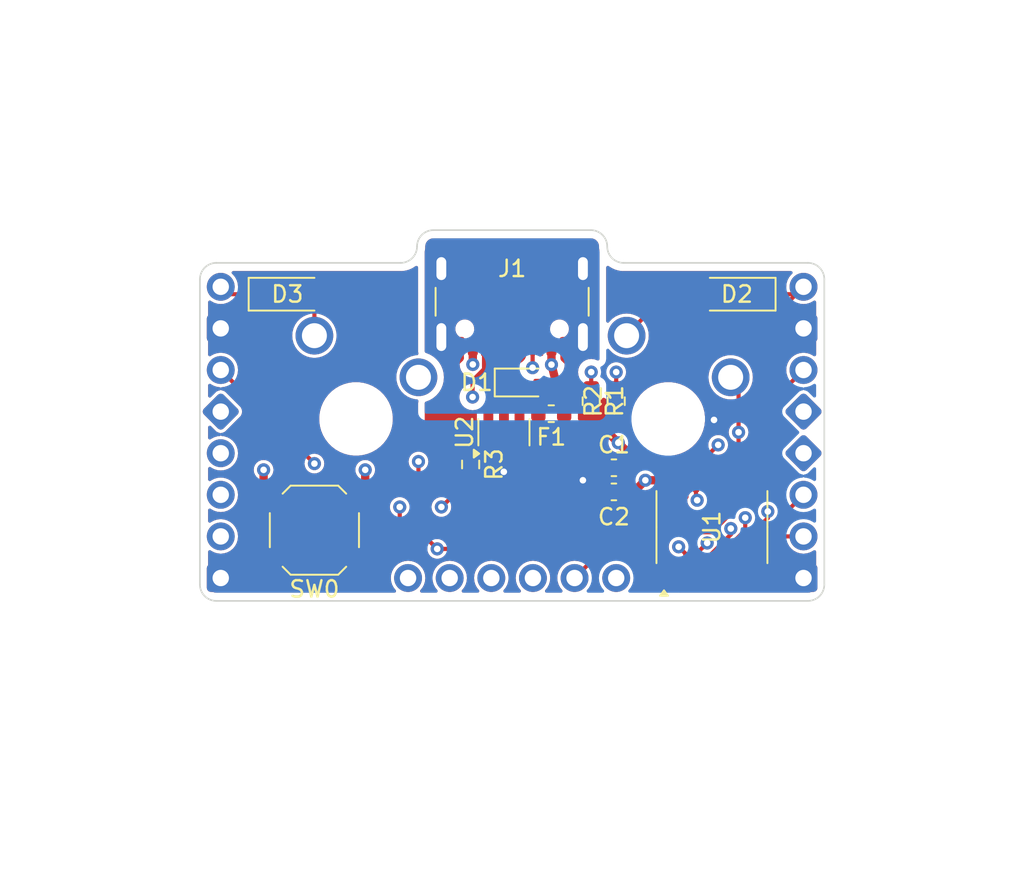
<source format=kicad_pcb>
(kicad_pcb (version 20240108) (generator "pcbnew") (generator_version "8.0")
  (layers (0 "F.Cu" signal) (1 "In1.Cu" power) (2 "In2.Cu" signal) (31 "B.Cu" power) (34 "B.Paste" user) (35 "F.Paste" user) (36 "B.SilkS" user "B.Silkscreen") (37 "F.SilkS" user "F.Silkscreen") (38 "B.Mask" user) (39 "F.Mask" user) (44 "Edge.Cuts" user))
  (net 0 "")
  (net 1 "VCC")
  (net 2 "GND")
  (net 3 "Net-(D1-A)")
  (net 4 "VBUS")
  (net 5 "P_DP")
  (net 6 "P_DM")
  (net 7 "UDP")
  (net 8 "Net-(R3-Pad2)")
  (net 9 "UDM")
  (net 10 "+3V3")
  (net 11 "RST")
  (net 12 "R0")
  (net 13 "Net-(D2-A)")
  (net 14 "Net-(D3-A)")
  (net 15 "GNDPWR")
  (net 16 "P12")
  (net 17 "P13")
  (net 18 "P14")
  (net 19 "RX")
  (net 20 "P17")
  (net 21 "P15")
  (net 22 "TX")
  (net 23 "P16")
  (net 24 "C0")
  (net 25 "C1")
  (net 26 "P10")
  (net 27 "P11")
  (net 28 "BOOT")
  (net 29 "Net-(J1-CC1)")
  (net 32 "Net-(J1-CC2)")
  (net 33 "P33")
  (footprint "Capacitor_SMD:C_0603_1608Metric" (layer "F.Cu") (at 164.96 53.6702 180)
    (property "Reference" "C2" (at 0 -1.524 0) (layer "F.SilkS"))
    (property "Value" "100nF")
    (fp_line (start -0.14058 0.51) (end 0.14058 0.51) (stroke (width 0.12)) (layer "F.SilkS"))
    (fp_line (start -0.14058 -0.51) (end 0.14058 -0.51) (stroke (width 0.12)) (layer "F.SilkS"))
    (pad "1" smd roundrect (at -0.775 0 180) (size 0.9 0.95) (layers "F.Cu" "F.Paste" "F.Mask") (net 10 "+3V3"))
    (pad "2" smd roundrect (at 0.775 0 180) (size 0.9 0.95) (layers "F.Cu" "F.Paste" "F.Mask") (net 2 "GND"))
  )
  (footprint "NetTie:NetTie-2_SMD_Pad0.5mm" (layer "F.Cu") (at 156.718 51.17)
    (property "Reference" "NT2" (hide yes))
    (property "Value" "NetTie_2" (hide yes))
    (fp_poly (pts (xy -0.5 -0.25) (xy 0.5 -0.25) (xy 0.5 0.25) (xy -0.5 0.25)) (fill solid) (layer "F.Cu"))
    (pad "1" smd circle (at -0.499999 0) (size 0.5 0.5) (layers "F.Cu") (net 28 "BOOT"))
    (pad "2" smd circle (at 0.499999 0) (size 0.5 0.5) (layers "F.Cu") (net 7 "UDP"))
  )
  (footprint "Resistor_SMD:R_0603_1608Metric" (layer "F.Cu") (at 156.218001 51.995 -90)
    (property "Reference" "R3" (at 0 -1.43 90) (layer "F.SilkS"))
    (property "Value" "10k")
    (fp_line (start -0.237258 0.5225) (end 0.237258 0.5225) (stroke (width 0.12)) (layer "F.SilkS"))
    (fp_line (start -0.237258 -0.5225) (end 0.237258 -0.5225) (stroke (width 0.12)) (layer "F.SilkS"))
    (pad "1" smd roundrect (at -0.825 0 270) (size 0.8 0.95) (layers "F.Cu" "F.Paste" "F.Mask") (net 28 "BOOT"))
    (pad "2" smd roundrect (at 0.825 0 270) (size 0.8 0.95) (layers "F.Cu" "F.Paste" "F.Mask") (net 8 "Net-(R3-Pad2)"))
  )
  (footprint "Package_TO_SOT_SMD:SOT-23-6" (layer "F.Cu") (at 158.25 50.0325 90)
    (property "Reference" "U2" (at 0 -2.4 90) (layer "F.SilkS"))
    (property "Value" "USBLC6-2P6")
    (fp_line (start 0 -1.56) (end 0.8 -1.56) (stroke (width 0.12)) (layer "F.SilkS"))
    (fp_line (start 0 -1.56) (end -0.8 -1.56) (stroke (width 0.12)) (layer "F.SilkS"))
    (fp_line (start 0 1.56) (end 0.8 1.56) (stroke (width 0.12)) (layer "F.SilkS"))
    (fp_line (start 0 1.56) (end -0.8 1.56) (stroke (width 0.12)) (layer "F.SilkS"))
    (fp_poly (pts (xy -1.3 -1.51) (xy -1.54 -1.84) (xy -1.06 -1.84) (xy -1.3 -1.51)) (stroke (width 0.12)) (fill solid) (layer "F.SilkS"))
    (pad "1" smd roundrect (at -1.1375 -0.95 90) (size 1.325 0.6) (layers "F.Cu" "F.Paste" "F.Mask") (net 7 "UDP"))
    (pad "2" smd roundrect (at -1.1375 0 90) (size 1.325 0.6) (layers "F.Cu" "F.Paste" "F.Mask") (net 15 "GNDPWR"))
    (pad "3" smd roundrect (at -1.1375 0.95 90) (size 1.325 0.6) (layers "F.Cu" "F.Paste" "F.Mask") (net 9 "UDM"))
    (pad "4" smd roundrect (at 1.1375 0.95 90) (size 1.325 0.6) (layers "F.Cu" "F.Paste" "F.Mask") (net 6 "P_DM"))
    (pad "5" smd roundrect (at 1.1375 0 90) (size 1.325 0.6) (layers "F.Cu" "F.Paste" "F.Mask") (net 1 "VCC"))
    (pad "6" smd roundrect (at 1.1375 -0.95 90) (size 1.325 0.6) (layers "F.Cu" "F.Paste" "F.Mask") (net 5 "P_DP"))
  )
  (footprint "Package_SO:TSSOP-20_4.4x6.5mm_P0.65mm" (layer "F.Cu") (at 170.942 55.8195 90)
    (property "Reference" "U1" (at 0 0 90) (layer "F.SilkS"))
    (property "Value" "CH552T")
    (fp_line (start 0 -3.385) (end 2.2 -3.385) (stroke (width 0.12)) (layer "F.SilkS"))
    (fp_line (start 0 -3.385) (end -2.2 -3.385) (stroke (width 0.12)) (layer "F.SilkS"))
    (fp_line (start 0 3.385) (end 2.2 3.385) (stroke (width 0.12)) (layer "F.SilkS"))
    (fp_line (start 0 3.385) (end -2.2 3.385) (stroke (width 0.12)) (layer "F.SilkS"))
    (fp_poly (pts (xy -3.86 -2.925) (xy -4.19 -3.165) (xy -4.19 -2.685) (xy -3.86 -2.925)) (stroke (width 0.12)) (fill solid) (layer "F.SilkS"))
    (pad "1" smd roundrect (at -2.8625 -2.925 90) (size 1.475 0.4) (layers "F.Cu" "F.Paste" "F.Mask") (net 25 "C1"))
    (pad "2" smd roundrect (at -2.8625 -2.275 90) (size 1.475 0.4) (layers "F.Cu" "F.Paste" "F.Mask") (net 18 "P14"))
    (pad "3" smd roundrect (at -2.8625 -1.625 90) (size 1.475 0.4) (layers "F.Cu" "F.Paste" "F.Mask") (net 21 "P15"))
    (pad "4" smd roundrect (at -2.8625 -0.975 90) (size 1.475 0.4) (layers "F.Cu" "F.Paste" "F.Mask") (net 23 "P16"))
    (pad "5" smd roundrect (at -2.8625 -0.325 90) (size 1.475 0.4) (layers "F.Cu" "F.Paste" "F.Mask") (net 20 "P17"))
    (pad "6" smd roundrect (at -2.8625 0.325 90) (size 1.475 0.4) (layers "F.Cu" "F.Paste" "F.Mask") (net 11 "RST"))
    (pad "7" smd roundrect (at -2.8625 0.975 90) (size 1.475 0.4) (layers "F.Cu" "F.Paste" "F.Mask") (net 26 "P10"))
    (pad "8" smd roundrect (at -2.8625 1.625 90) (size 1.475 0.4) (layers "F.Cu" "F.Paste" "F.Mask") (net 27 "P11"))
    (pad "9" smd roundrect (at -2.8625 2.275 90) (size 1.475 0.4) (layers "F.Cu" "F.Paste" "F.Mask") (net 19 "RX"))
    (pad "10" smd roundrect (at -2.8625 2.925 90) (size 1.475 0.4) (layers "F.Cu" "F.Paste" "F.Mask") (net 22 "TX"))
    (pad "11" smd roundrect (at 2.8625 2.925 90) (size 1.475 0.4) (layers "F.Cu" "F.Paste" "F.Mask") (net 33 "P33"))
    (pad "12" smd roundrect (at 2.8625 2.275 90) (size 1.475 0.4) (layers "F.Cu" "F.Paste" "F.Mask") (net 12 "R0"))
    (pad "13" smd roundrect (at 2.8625 1.625 90) (size 1.475 0.4) (layers "F.Cu" "F.Paste" "F.Mask") (net 24 "C0"))
    (pad "14" smd roundrect (at 2.8625 0.975 90) (size 1.475 0.4) (layers "F.Cu" "F.Paste" "F.Mask") (net 7 "UDP"))
    (pad "15" smd roundrect (at 2.8625 0.325 90) (size 1.475 0.4) (layers "F.Cu" "F.Paste" "F.Mask") (net 9 "UDM"))
    (pad "16" smd roundrect (at 2.8625 -0.325 90) (size 1.475 0.4) (layers "F.Cu" "F.Paste" "F.Mask") (net 17 "P13"))
    (pad "17" smd roundrect (at 2.8625 -0.975 90) (size 1.475 0.4) (layers "F.Cu" "F.Paste" "F.Mask") (net 16 "P12"))
    (pad "18" smd roundrect (at 2.8625 -1.625 90) (size 1.475 0.4) (layers "F.Cu" "F.Paste" "F.Mask") (net 2 "GND"))
    (pad "19" smd roundrect (at 2.8625 -2.275 90) (size 1.475 0.4) (layers "F.Cu" "F.Paste" "F.Mask") (net 1 "VCC"))
    (pad "20" smd roundrect (at 2.8625 -2.925 90) (size 1.475 0.4) (layers "F.Cu" "F.Paste" "F.Mask") (net 10 "+3V3"))
  )
  (footprint "Fuse:Fuse_0603_1608Metric" (layer "F.Cu") (at 161.1375 48.895 180)
    (property "Reference" "F1" (at 0 -1.43 180) (layer "F.SilkS"))
    (property "Value" "500mA")
    (fp_line (start -0.162779 0.51) (end 0.162779 0.51) (stroke (width 0.12)) (layer "F.SilkS"))
    (fp_line (start -0.162779 -0.51) (end 0.162779 -0.51) (stroke (width 0.12)) (layer "F.SilkS"))
    (pad "1" smd roundrect (at -0.7875 0 180) (size 0.875 0.95) (layers "F.Cu" "F.Paste" "F.Mask") (net 4 "VBUS"))
    (pad "2" smd roundrect (at 0.7875 0 180) (size 0.875 0.95) (layers "F.Cu" "F.Paste" "F.Mask") (net 3 "Net-(D1-A)"))
  )
  (footprint "Diode_SMD:D_SOD-123" (layer "F.Cu") (at 145.035 41.6)
    (property "Reference" "D3" (at 0 0 0) (layer "F.SilkS"))
    (property "Value" "1N4148")
    (fp_line (start -2.36 -1) (end -2.36 1) (stroke (width 0.12)) (layer "F.SilkS"))
    (fp_line (start -2.36 -1) (end 1.65 -1) (stroke (width 0.12)) (layer "F.SilkS"))
    (fp_line (start -2.36 1) (end 1.65 1) (stroke (width 0.12)) (layer "F.SilkS"))
    (pad "1" smd roundrect (at -1.65 0) (size 0.9 1.2) (layers "F.Cu" "F.Paste" "F.Mask") (net 12 "R0"))
    (pad "2" smd roundrect (at 1.65 0) (size 0.9 1.2) (layers "F.Cu" "F.Paste" "F.Mask") (net 14 "Net-(D3-A)"))
  )
  (footprint "Diode_SMD:D_SOD-323" (layer "F.Cu") (at 159.3 46.99)
    (property "Reference" "D1" (at -2.709 0 0) (layer "F.SilkS"))
    (property "Value" "PMEG2010EA")
    (fp_line (start -1.61 -0.85) (end -1.61 0.85) (stroke (width 0.12)) (layer "F.SilkS"))
    (fp_line (start -1.61 -0.85) (end 1.05 -0.85) (stroke (width 0.12)) (layer "F.SilkS"))
    (fp_line (start -1.61 0.85) (end 1.05 0.85) (stroke (width 0.12)) (layer "F.SilkS"))
    (pad "1" smd roundrect (at -1.05 0) (size 0.6 0.45) (layers "F.Cu" "F.Paste" "F.Mask") (net 1 "VCC"))
    (pad "2" smd roundrect (at 1.05 0) (size 0.6 0.45) (layers "F.Cu" "F.Paste" "F.Mask") (net 3 "Net-(D1-A)"))
  )
  (footprint "NetTie:NetTie-2_SMD_Pad0.5mm" (layer "F.Cu") (at 158.242 51.943 -90)
    (property "Reference" "NT1" (hide yes))
    (property "Value" "Mounting Hole/Isolated Ground Jumper" (hide yes))
    (fp_poly (pts (xy -0.5 -0.25) (xy 0.5 -0.25) (xy 0.5 0.25) (xy -0.5 0.25)) (fill solid) (layer "F.Cu"))
    (pad "1" smd circle (at -0.5 0 270) (size 0.5 0.5) (layers "F.Cu") (net 15 "GNDPWR"))
    (pad "2" smd circle (at 0.5 0 270) (size 0.5 0.5) (layers "F.Cu") (net 2 "GND"))
  )
  (footprint "Resistor_SMD:R_0603_1608Metric" (layer "F.Cu") (at 163.576 48.133 -90)
    (property "Reference" "R1" (at 0 -1.43 90) (layer "F.SilkS"))
    (property "Value" "5.1k")
    (fp_line (start -0.237258 0.5225) (end 0.237258 0.5225) (stroke (width 0.12)) (layer "F.SilkS"))
    (fp_line (start -0.237258 -0.5225) (end 0.237258 -0.5225) (stroke (width 0.12)) (layer "F.SilkS"))
    (pad "1" smd roundrect (at -0.825 0 270) (size 0.8 0.95) (layers "F.Cu" "F.Paste" "F.Mask") (net 29 "Net-(J1-CC1)"))
    (pad "2" smd roundrect (at 0.825 0 270) (size 0.8 0.95) (layers "F.Cu" "F.Paste" "F.Mask") (net 15 "GNDPWR"))
  )
  (footprint "Capacitor_SMD:C_0603_1608Metric" (layer "F.Cu") (at 164.96 52.197 180)
    (property "Reference" "C1" (at 0 1.397 0) (layer "F.SilkS"))
    (property "Value" "100nF")
    (fp_line (start -0.14058 0.51) (end 0.14058 0.51) (stroke (width 0.12)) (layer "F.SilkS"))
    (fp_line (start -0.14058 -0.51) (end 0.14058 -0.51) (stroke (width 0.12)) (layer "F.SilkS"))
    (pad "1" smd roundrect (at -0.775 0 180) (size 0.9 0.95) (layers "F.Cu" "F.Paste" "F.Mask") (net 1 "VCC"))
    (pad "2" smd roundrect (at 0.775 0 180) (size 0.9 0.95) (layers "F.Cu" "F.Paste" "F.Mask") (net 2 "GND"))
  )
  (footprint "Project Library:HandCHime" (layer "F.Cu") (at 158.75 58.928)
    (property "Reference" "J2" (hide yes))
    (property "Value" "Pins" (hide yes))
    (pad "1" thru_hole circle (at -17.78 -17.78) (size 1.7 1.7) (drill 1) (layers "*.Cu" "*.Mask") (net 12 "R0"))
    (pad "2" thru_hole roundrect (at -17.78 -15.24) (size 1.7 1.7) (drill 1) (layers "*.Cu" "*.Mask") (roundrect_rratio 0.1470588235) (net 2 "GND"))
    (pad "3" thru_hole circle (at -17.78 -12.7) (size 1.7 1.7) (drill 1) (layers "*.Cu" "*.Mask") (net 17 "P13"))
    (pad "4" thru_hole roundrect (at -17.78 -10.16 45) (size 1.7 1.7) (drill 1) (layers "*.Cu" "*.Mask") (roundrect_rratio 0.1470588235) (net 10 "+3V3"))
    (pad "5" thru_hole circle (at -17.78 -7.62) (size 1.7 1.7) (drill 1) (layers "*.Cu" "*.Mask") (net 16 "P12"))
    (pad "6" thru_hole circle (at -17.78 -5.08) (size 1.7 1.7) (drill 1) (layers "*.Cu" "*.Mask") (net 27 "P11"))
    (pad "7" thru_hole circle (at -17.78 -2.54) (size 1.7 1.7) (drill 1) (layers "*.Cu" "*.Mask") (net 26 "P10"))
    (pad "8" thru_hole roundrect (at -17.78 0) (size 1.7 1.7) (drill 1) (layers "*.Cu" "*.Mask") (roundrect_rratio 0.1470588235) (net 2 "GND"))
    (pad "9" thru_hole circle (at -6.35 0) (size 1.7 1.7) (drill 1) (layers "*.Cu" "*.Mask") (net 25 "C1"))
    (pad "10" thru_hole circle (at -3.81 0) (size 1.7 1.7) (drill 1) (layers "*.Cu" "*.Mask") (net 20 "P17"))
    (pad "11" thru_hole circle (at -1.27 0) (size 1.7 1.7) (drill 1) (layers "*.Cu" "*.Mask") (net 23 "P16"))
    (pad "12" thru_hole circle (at 1.27 0) (size 1.7 1.7) (drill 1) (layers "*.Cu" "*.Mask") (net 21 "P15"))
    (pad "13" thru_hole circle (at 3.81 0) (size 1.7 1.7) (drill 1) (layers "*.Cu" "*.Mask") (net 18 "P14"))
    (pad "14" thru_hole circle (at 6.35 0) (size 1.7 1.7) (drill 1) (layers "*.Cu" "*.Mask") (net 24 "C0"))
    (pad "15" thru_hole roundrect (at 17.78 0) (size 1.7 1.7) (drill 1) (layers "*.Cu" "*.Mask") (roundrect_rratio 0.1470588235) (net 2 "GND"))
    (pad "16" thru_hole circle (at 17.78 -2.54) (size 1.7 1.7) (drill 1) (layers "*.Cu" "*.Mask") (net 22 "TX"))
    (pad "17" thru_hole circle (at 17.78 -5.08) (size 1.7 1.7) (drill 1) (layers "*.Cu" "*.Mask") (net 19 "RX"))
    (pad "18" thru_hole roundrect (at 17.78 -7.62 45) (size 1.7 1.7) (drill 1) (layers "*.Cu" "*.Mask") (roundrect_rratio 0.1470588235) (net 1 "VCC"))
    (pad "19" thru_hole roundrect (at 17.78 -10.16 45) (size 1.7 1.7) (drill 1) (layers "*.Cu" "*.Mask") (roundrect_rratio 0.1470588235) (net 10 "+3V3"))
    (pad "20" thru_hole circle (at 17.78 -12.7) (size 1.7 1.7) (drill 1) (layers "*.Cu" "*.Mask") (net 33 "P33"))
    (pad "21" thru_hole roundrect (at 17.78 -15.24) (size 1.7 1.7) (drill 1) (layers "*.Cu" "*.Mask") (roundrect_rratio 0.1470588235) (net 2 "GND"))
    (pad "22" thru_hole circle (at 17.78 -17.78) (size 1.7 1.7) (drill 1) (layers "*.Cu" "*.Mask") (net 12 "R0"))
  )
  (footprint "Connector_USB:USB_C_Receptacle_GCT_USB4105-xx-A_16P_TopMnt_Horizontal" (layer "F.Cu") (at 158.75 41.112 180)
    (property "Reference" "J1" (at 0 1.075 0) (layer "F.SilkS"))
    (property "Value" "USB_C_Receptacle_USB2.0")
    (fp_line (start 4.67 -0.1) (end 4.67 -1.8) (stroke (width 0.12)) (layer "F.SilkS"))
    (fp_line (start -4.67 -0.1) (end -4.67 -1.8) (stroke (width 0.12)) (layer "F.SilkS"))
    (pad "" np_thru_hole circle (at -2.89 -2.605 180) (size 0.65 0.65) (drill 0.65) (layers "F&B.Cu" "*.Mask"))
    (pad "" np_thru_hole circle (at 2.89 -2.605 180) (size 0.65 0.65) (drill 0.65) (layers "F&B.Cu" "*.Mask"))
    (pad "A1" smd roundrect (at -3.2 -3.68 180) (size 0.6 1.15) (layers "F.Cu" "F.Paste" "F.Mask") (net 15 "GNDPWR"))
    (pad "A4" smd roundrect (at -2.4 -3.68 180) (size 0.6 1.15) (layers "F.Cu" "F.Paste" "F.Mask") (net 4 "VBUS"))
    (pad "A5" smd roundrect (at -1.25 -3.68 180) (size 0.3 1.15) (layers "F.Cu" "F.Paste" "F.Mask") (net 29 "Net-(J1-CC1)"))
    (pad "A6" smd roundrect (at -0.25 -3.68 180) (size 0.3 1.15) (layers "F.Cu" "F.Paste" "F.Mask") (net 5 "P_DP"))
    (pad "A7" smd roundrect (at 0.25 -3.68 180) (size 0.3 1.15) (layers "F.Cu" "F.Paste" "F.Mask") (net 6 "P_DM"))
    (pad "A8" smd roundrect (at 1.25 -3.68 180) (size 0.3 1.15) (layers "F.Cu" "F.Paste" "F.Mask"))
    (pad "A9" smd roundrect (at 2.4 -3.68 180) (size 0.6 1.15) (layers "F.Cu" "F.Paste" "F.Mask") (net 4 "VBUS"))
    (pad "A12" smd roundrect (at 3.2 -3.68 180) (size 0.6 1.15) (layers "F.Cu" "F.Paste" "F.Mask") (net 15 "GNDPWR"))
    (pad "B1" smd roundrect (at 3.2 -3.68 180) (size 0.6 1.15) (layers "F.Cu" "F.Paste" "F.Mask") (net 15 "GNDPWR"))
    (pad "B4" smd roundrect (at 2.4 -3.68 180) (size 0.6 1.15) (layers "F.Cu" "F.Paste" "F.Mask") (net 4 "VBUS"))
    (pad "B5" smd roundrect (at 1.75 -3.68 180) (size 0.3 1.15) (layers "F.Cu" "F.Paste" "F.Mask") (net 32 "Net-(J1-CC2)"))
    (pad "B6" smd roundrect (at 0.75 -3.68 180) (size 0.3 1.15) (layers "F.Cu" "F.Paste" "F.Mask") (net 5 "P_DP"))
    (pad "B7" smd roundrect (at -0.75 -3.68 180) (size 0.3 1.15) (layers "F.Cu" "F.Paste" "F.Mask") (net 6 "P_DM"))
    (pad "B8" smd roundrect (at -1.75 -3.68 180) (size 0.3 1.15) (layers "F.Cu" "F.Paste" "F.Mask"))
    (pad "B9" smd roundrect (at -2.4 -3.68 180) (size 0.6 1.15) (layers "F.Cu" "F.Paste" "F.Mask") (net 4 "VBUS"))
    (pad "B12" smd roundrect (at -3.2 -3.68 180) (size 0.6 1.15) (layers "F.Cu" "F.Paste" "F.Mask") (net 15 "GNDPWR"))
    (pad "S1" thru_hole oval (at -4.32 -3.105 180) (size 1 2.1) (drill oval 0.6 1.7) (layers "*.Cu" "*.Mask" "F.Paste") (net 15 "GNDPWR"))
    (pad "S1" thru_hole oval (at -4.32 1.075 180) (size 1 1.8) (drill oval 0.6 1.4) (layers "*.Cu" "*.Mask" "F.Paste") (net 15 "GNDPWR"))
    (pad "S1" thru_hole oval (at 4.32 -3.105 180) (size 1 2.1) (drill oval 0.6 1.7) (layers "*.Cu" "*.Mask" "F.Paste") (net 15 "GNDPWR"))
    (pad "S1" thru_hole oval (at 4.32 1.075 180) (size 1 1.8) (drill oval 0.6 1.4) (layers "*.Cu" "*.Mask" "F.Paste") (net 15 "GNDPWR"))
  )
  (footprint "Resistor_SMD:R_0603_1608Metric" (layer "F.Cu") (at 165.1 48.133 -90)
    (property "Reference" "R2" (at 0 1.397 90) (layer "F.SilkS"))
    (property "Value" "5.1k")
    (fp_line (start -0.237258 0.5225) (end 0.237258 0.5225) (stroke (width 0.12)) (layer "F.SilkS"))
    (fp_line (start -0.237258 -0.5225) (end 0.237258 -0.5225) (stroke (width 0.12)) (layer "F.SilkS"))
    (pad "1" smd roundrect (at -0.825 0 270) (size 0.8 0.95) (layers "F.Cu" "F.Paste" "F.Mask") (net 32 "Net-(J1-CC2)"))
    (pad "2" smd roundrect (at 0.825 0 270) (size 0.8 0.95) (layers "F.Cu" "F.Paste" "F.Mask") (net 15 "GNDPWR"))
  )
  (footprint "Diode_SMD:D_SOD-123" (layer "F.Cu") (at 172.465 41.6 180)
    (property "Reference" "D2" (at 0 0 0) (layer "F.SilkS"))
    (property "Value" "1N4148")
    (fp_line (start -2.36 1) (end 1.65 1) (stroke (width 0.12)) (layer "F.SilkS"))
    (fp_line (start -2.36 -1) (end 1.65 -1) (stroke (width 0.12)) (layer "F.SilkS"))
    (fp_line (start -2.36 -1) (end -2.36 1) (stroke (width 0.12)) (layer "F.SilkS"))
    (pad "1" smd roundrect (at -1.65 0 180) (size 0.9 1.2) (layers "F.Cu" "F.Paste" "F.Mask") (net 12 "R0"))
    (pad "2" smd roundrect (at 1.65 0 180) (size 0.9 1.2) (layers "F.Cu" "F.Paste" "F.Mask") (net 13 "Net-(D2-A)"))
  )
  (footprint "PCM_marbastlib-various:SW_SPST_SKQG_WithStem" (layer "F.Cu") (at 146.685 56.007 180)
    (property "Reference" "SW0" (at 0 -3.6 180) (layer "F.SilkS"))
    (property "Value" "BOOT")
    (fp_line (start 2.72 1.04) (end 2.72 -1.04) (stroke (width 0.12)) (layer "F.SilkS"))
    (fp_line (start 1.45 2.72) (end 1.94 2.23) (stroke (width 0.12)) (layer "F.SilkS"))
    (fp_line (start 1.45 -2.72) (end 1.94 -2.23) (stroke (width 0.12)) (layer "F.SilkS"))
    (fp_line (start -1.45 2.72) (end 1.45 2.72) (stroke (width 0.12)) (layer "F.SilkS"))
    (fp_line (start -1.45 2.72) (end -1.94 2.23) (stroke (width 0.12)) (layer "F.SilkS"))
    (fp_line (start -1.45 -2.72) (end 1.45 -2.72) (stroke (width 0.12)) (layer "F.SilkS"))
    (fp_line (start -1.45 -2.72) (end -1.94 -2.23) (stroke (width 0.12)) (layer "F.SilkS"))
    (fp_line (start -2.72 1.04) (end -2.72 -1.04) (stroke (width 0.12)) (layer "F.SilkS"))
    (pad "1" smd roundrect (at -3.1 -1.85 180) (size 1.8 1.1) (layers "F.Cu" "F.Paste" "F.Mask") (net 8 "Net-(R3-Pad2)"))
    (pad "1" smd roundrect (at 3.1 -1.85 180) (size 1.8 1.1) (layers "F.Cu" "F.Paste" "F.Mask") (net 8 "Net-(R3-Pad2)"))
    (pad "2" smd roundrect (at -3.1 1.85 180) (size 1.8 1.1) (layers "F.Cu" "F.Paste" "F.Mask") (net 10 "+3V3"))
    (pad "2" smd roundrect (at 3.1 1.85 180) (size 1.8 1.1) (layers "F.Cu" "F.Paste" "F.Mask") (net 10 "+3V3"))
    (zone (net 0) (net_name "") (layer "F.Cu") (connect_pads (clearance 0)) (min_thickness 0.254)
      (keepout (tracks not_allowed) (vias not_allowed) (pads not_allowed) (copperpour not_allowed) (footprints not_allowed))
      (fill (thermal_gap 0.508) (thermal_bridge_width 0.508))
      (polygon (pts (xy 145.685 57.307) (xy 142.685 57.307) (xy 142.685 54.707) (xy 145.685 54.707)))
    )
    (zone (net 0) (net_name "") (layer "F.Cu") (connect_pads (clearance 0)) (min_thickness 0.254)
      (keepout (tracks not_allowed) (vias not_allowed) (pads not_allowed) (copperpour not_allowed) (footprints not_allowed))
      (fill (thermal_gap 0.508) (thermal_bridge_width 0.508))
      (polygon (pts (xy 150.685 57.307) (xy 147.685 57.307) (xy 147.685 54.707) (xy 150.685 54.707)))
    )
  )
  (footprint "Project Library:SW_MX_1u_PlateMount" (layer "B.Cu") (at 149.225 49.2125 180)
    (property "Reference" "SW2" (hide yes))
    (property "Value" "Row 0, Col 1")
    (pad "" np_thru_hole circle (at 0 0 180) (size 3.9878 3.9878) (drill 3.9878) (layers "*.Cu" "*.Mask"))
    (pad "1" thru_hole circle (at -3.81 2.54 180) (size 2.3 2.3) (drill 1.524) (layers "*.Cu" "F.Mask") (net 25 "C1"))
    (pad "2" thru_hole circle (at 2.54 5.08 180) (size 2.3 2.3) (drill 1.524) (layers "*.Cu" "F.Mask") (net 14 "Net-(D3-A)"))
  )
  (footprint "Project Library:SW_MX_1u_PlateMount" (layer "B.Cu") (at 168.275 49.2125 180)
    (property "Reference" "SW1" (hide yes))
    (property "Value" "Row 0, Col 0")
    (pad "" np_thru_hole circle (at 0 0 180) (size 3.9878 3.9878) (drill 3.9878) (layers "*.Cu" "*.Mask"))
    (pad "1" thru_hole circle (at -3.81 2.54 180) (size 2.3 2.3) (drill 1.524) (layers "*.Cu" "F.Mask") (net 24 "C0"))
    (pad "2" thru_hole circle (at 2.54 5.08 180) (size 2.3 2.3) (drill 1.524) (layers "*.Cu" "F.Mask") (net 13 "Net-(D2-A)"))
  )
  (gr_arc (start 152.946893 38.6875) (mid 153.239786 37.980393) (end 153.946893 37.6875) (stroke (width 0.1)) (layer "Edge.Cuts"))
  (gr_line (start 165.553107 39.6875) (end 176.8 39.6875) (stroke (width 0.1)) (layer "Edge.Cuts"))
  (gr_arc (start 177.8 59.325) (mid 177.507107 60.032107) (end 176.8 60.325) (stroke (width 0.1)) (layer "Edge.Cuts"))
  (gr_arc (start 140.7 60.325) (mid 139.992893 60.032107) (end 139.7 59.325) (stroke (width 0.1)) (layer "Edge.Cuts"))
  (gr_line (start 153.946893 37.6875) (end 163.553107 37.6875) (stroke (width 0.1)) (layer "Edge.Cuts"))
  (gr_line (start 176.8 60.325) (end 140.7 60.325) (stroke (width 0.1)) (layer "Edge.Cuts"))
  (gr_arc (start 163.553107 37.6875) (mid 164.260214 37.980393) (end 164.553107 38.6875) (stroke (width 0.1)) (layer "Edge.Cuts"))
  (gr_arc (start 152.946893 38.6875) (mid 152.654 39.394607) (end 151.946893 39.6875) (stroke (width 0.1)) (layer "Edge.Cuts"))
  (gr_line (start 139.7 59.325) (end 139.7 40.6875) (stroke (width 0.1)) (layer "Edge.Cuts"))
  (gr_arc (start 176.8 39.6875) (mid 177.507107 39.980393) (end 177.8 40.6875) (stroke (width 0.1)) (layer "Edge.Cuts"))
  (gr_arc (start 165.553107 39.6875) (mid 164.846 39.394607) (end 164.553107 38.6875) (stroke (width 0.1)) (layer "Edge.Cuts"))
  (gr_line (start 140.7 39.6875) (end 151.946893 39.6875) (stroke (width 0.1)) (layer "Edge.Cuts"))
  (gr_arc (start 139.7 40.6875) (mid 139.992893 39.980393) (end 140.7 39.6875) (stroke (width 0.1)) (layer "Edge.Cuts"))
  (gr_line (start 177.8 40.6875) (end 177.8 59.325) (stroke (width 0.1)) (layer "Edge.Cuts"))
  (segment (start 168.33216 51.80675) (end 168.68375 52.15834) (width 0.4) (layer "F.Cu") (net 1))
  (segment (start 164.52425 49.97025) (end 158.812744 49.97025) (width 0.508) (layer "F.Cu") (net 1))
  (segment (start 158.25 47.1) (end 158.25 48.895) (width 0.508) (layer "F.Cu") (net 1))
  (segment (start 165.735 51.181) (end 165.735 52.197) (width 0.508) (layer "F.Cu") (net 1))
  (segment (start 158.25 49.407506) (end 158.25 48.895) (width 0.508) (layer "F.Cu") (net 1))
  (segment (start 165.227 50.673) (end 165.735 51.181) (width 0.508) (layer "F.Cu") (net 1))
  (segment (start 166.12525 51.80675) (end 168.33216 51.80675) (width 0.4) (layer "F.Cu") (net 1))
  (segment (start 168.68375 52.15834) (end 168.68375 52.957) (width 0.4) (layer "F.Cu") (net 1))
  (segment (start 158.812744 49.97025) (end 158.25 49.407506) (width 0.508) (layer "F.Cu") (net 1))
  (segment (start 165.735 52.197) (end 166.12525 51.80675) (width 0.4) (layer "F.Cu") (net 1))
  (segment (start 165.227 50.673) (end 164.52425 49.97025) (width 0.508) (layer "F.Cu") (net 1))
  (via (at 165.227 50.673) (size 0.8) (drill 0.4) (layers "F.Cu" "B.Cu") (net 1))
  (segment (start 169.317 52.957) (end 169.317 53.949) (width 0.4) (layer "F.Cu") (net 2))
  (segment (start 169.317 53.949) (end 168.656 54.61) (width 0.4) (layer "F.Cu") (net 2))
  (segment (start 169.317 51.626697) (end 169.317 52.957) (width 0.4) (layer "F.Cu") (net 2))
  (segment (start 171.069 49.874697) (end 169.317 51.626697) (width 0.4) (layer "F.Cu") (net 2))
  (segment (start 171.069 49.276) (end 171.069 49.874697) (width 0.4) (layer "F.Cu") (net 2))
  (via (at 171.069 49.276) (size 0.8) (drill 0.4) (layers "F.Cu" "B.Cu") (net 2))
  (via (at 163.068 52.959) (size 0.8) (drill 0.4) (layers "F.Cu" "B.Cu") (net 2))
  (via (at 158.242 52.443) (size 0.8) (drill 0.4) (layers "F.Cu" "B.Cu") (net 2))
  (segment (start 160.35 48.895) (end 160.35 47.1) (width 0.508) (layer "F.Cu") (net 3))
  (segment (start 161.15 44.792) (end 161.15 45.9) (width 0.508) (layer "F.Cu") (net 4))
  (segment (start 161.925 48.895) (end 161.15 45.9) (width 0.508) (layer "F.Cu") (net 4))
  (segment (start 156.35 45.887729) (end 156.35 44.792) (width 0.508) (layer "F.Cu") (net 4))
  (via (at 161.15 45.9) (size 0.8) (drill 0.4) (layers "F.Cu" "B.Cu") (net 4))
  (via (at 156.35 45.887729) (size 0.8) (drill 0.4) (layers "F.Cu" "B.Cu") (net 4))
  (segment (start 157.3 46.97273) (end 157.301369 46.971361) (width 0.25) (layer "F.Cu") (net 5))
  (segment (start 157.3 48.895) (end 157.3 46.97273) (width 0.25) (layer "F.Cu") (net 5))
  (segment (start 158 44.9) (end 158 45.922793) (width 0.25) (layer "F.Cu") (net 5))
  (segment (start 157.853553 46.276347) (end 157.446446 46.683454) (width 0.25) (layer "F.Cu") (net 5))
  (segment (start 158.5 43.815) (end 158.5 43.815) (width 0.25) (layer "F.Cu") (net 5))
  (segment (start 159 44.792) (end 159 44.315) (width 0.25) (layer "F.Cu") (net 5))
  (segment (start 158 44.315) (end 158 44.792) (width 0.25) (layer "F.Cu") (net 5))
  (arc (start 158 45.922793) (mid 157.96194 46.114135) (end 157.853553 46.276347) (width 0.25) (layer "F.Cu") (net 5))
  (arc (start 158.5 43.815) (mid 158.146447 43.961447) (end 158 44.315) (width 0.25) (layer "F.Cu") (net 5))
  (arc (start 157.446446 46.683454) (mid 157.351565 46.815863) (end 157.301369 46.971361) (width 0.25) (layer "F.Cu") (net 5))
  (arc (start 158.5 43.815) (mid 158.853553 43.961447) (end 159 44.315) (width 0.25) (layer "F.Cu") (net 5))
  (segment (start 159.2 48.895) (end 159.2 46.97273) (width 0.25) (layer "F.Cu") (net 6))
  (segment (start 159 45.72) (end 159 45.72) (width 0.25) (layer "F.Cu") (net 6))
  (segment (start 158.646447 46.276347) (end 159.053554 46.683454) (width 0.25) (layer "F.Cu") (net 6))
  (segment (start 159.5 45.22) (end 159.5 44.792) (width 0.25) (layer "F.Cu") (net 6))
  (segment (start 158.5 44.9) (end 158.5 45.922793) (width 0.25) (layer "F.Cu") (net 6))
  (segment (start 159.2 46.97273) (end 159.198631 46.971361) (width 0.25) (layer "F.Cu") (net 6))
  (segment (start 158.5 44.792) (end 158.5 45.22) (width 0.25) (layer "F.Cu") (net 6))
  (arc (start 159.053554 46.683454) (mid 159.148435 46.815863) (end 159.198631 46.971361) (width 0.25) (layer "F.Cu") (net 6))
  (arc (start 158.5 45.922793) (mid 158.53806 46.114135) (end 158.646447 46.276347) (width 0.25) (layer "F.Cu") (net 6))
  (arc (start 158.5 45.22) (mid 158.646447 45.573553) (end 159 45.72) (width 0.25) (layer "F.Cu") (net 6))
  (arc (start 159.5 45.22) (mid 159.353553 45.573553) (end 159 45.72) (width 0.25) (layer "F.Cu") (net 6))
  (segment (start 160.147 53.467) (end 162.814 56.134) (width 0.254) (layer "F.Cu") (net 7))
  (segment (start 157.3 52.878898) (end 157.888102 53.467) (width 0.254) (layer "F.Cu") (net 7))
  (segment (start 157.3 51.17) (end 157.3 52.878898) (width 0.254) (layer "F.Cu") (net 7))
  (segment (start 157.888102 53.467) (end 160.147 53.467) (width 0.254) (layer "F.Cu") (net 7))
  (segment (start 162.814 56.134) (end 170.942 56.134) (width 0.254) (layer "F.Cu") (net 7))
  (segment (start 171.917 55.159) (end 171.917 52.957) (width 0.254) (layer "F.Cu") (net 7))
  (segment (start 170.942 56.134) (end 171.917 55.159) (width 0.254) (layer "F.Cu") (net 7))
  (segment (start 154.432 54.591) (end 154.447001 54.591) (width 0.254) (layer "F.Cu") (net 8))
  (segment (start 143.585 57.857) (end 149.785 57.857) (width 0.254) (layer "F.Cu") (net 8))
  (segment (start 151.892 54.591) (end 151.892 56.279606) (width 0.254) (layer "F.Cu") (net 8))
  (segment (start 154.447001 54.591) (end 156.218001 52.82) (width 0.254) (layer "F.Cu") (net 8))
  (segment (start 150.314606 57.857) (end 149.785 57.857) (width 0.254) (layer "F.Cu") (net 8))
  (segment (start 151.892 56.279606) (end 150.314606 57.857) (width 0.254) (layer "F.Cu") (net 8))
  (via (at 151.892 54.591) (size 0.8) (drill 0.4) (layers "F.Cu" "B.Cu") (net 8))
  (via (at 154.432 54.591) (size 0.8) (drill 0.4) (layers "F.Cu" "B.Cu") (net 8))
  (segment (start 170.561 55.245) (end 171.267 54.539) (width 0.254) (layer "F.Cu") (net 9))
  (segment (start 159.512 52.578) (end 160.528 52.578) (width 0.254) (layer "F.Cu") (net 9))
  (segment (start 159.2 52.266) (end 159.512 52.578) (width 0.254) (layer "F.Cu") (net 9))
  (segment (start 171.267 54.539) (end 171.267 52.957) (width 0.254) (layer "F.Cu") (net 9))
  (segment (start 160.528 52.578) (end 163.195 55.245) (width 0.254) (layer "F.Cu") (net 9))
  (segment (start 159.2 51.17) (end 159.2 52.266) (width 0.254) (layer "F.Cu") (net 9))
  (segment (start 163.195 55.245) (end 170.561 55.245) (width 0.254) (layer "F.Cu") (net 9))
  (segment (start 166.1668 53.6702) (end 166.878 52.959) (width 0.508) (layer "F.Cu") (net 10))
  (segment (start 143.585 54.157) (end 143.585 52.324) (width 0.508) (layer "F.Cu") (net 10))
  (segment (start 149.785 54.157) (end 149.785 52.324) (width 0.508) (layer "F.Cu") (net 10))
  (segment (start 165.735 53.6702) (end 166.1668 53.6702) (width 0.508) (layer "F.Cu") (net 10))
  (segment (start 166.878 52.959) (end 167.88 52.959) (width 0.508) (layer "F.Cu") (net 10))
  (via (at 143.585 52.324) (size 0.8) (drill 0.4) (layers "F.Cu" "B.Cu") (net 10))
  (via (at 149.785 52.324) (size 0.8) (drill 0.4) (layers "F.Cu" "B.Cu") (net 10))
  (via (at 166.878 52.959) (size 0.8) (drill 0.4) (layers "F.Cu" "B.Cu") (net 10))
  (segment (start 174.115 41.6) (end 176.078 41.6) (width 0.254) (layer "F.Cu") (net 12))
  (segment (start 173.99 43.688) (end 176.53 41.148) (width 0.254) (layer "F.Cu") (net 12))
  (segment (start 176.078 41.6) (end 176.53 41.148) (width 0.254) (layer "F.Cu") (net 12))
  (segment (start 173.99 50.602095) (end 173.99 43.688) (width 0.254) (layer "F.Cu") (net 12))
  (segment (start 143.385 41.6) (end 141.422 41.6) (width 0.25) (layer "F.Cu") (net 12))
  (segment (start 173.217 51.375095) (end 173.99 50.602095) (width 0.254) (layer "F.Cu") (net 12))
  (segment (start 141.422 41.6) (end 140.97 41.148) (width 0.25) (layer "F.Cu") (net 12))
  (segment (start 173.217 52.957) (end 173.217 51.375095) (width 0.254) (layer "F.Cu") (net 12))
  (segment (start 165.735 44.1325) (end 165.735 44.069) (width 0.25) (layer "F.Cu") (net 13))
  (segment (start 165.735 44.069) (end 168.204 41.6) (width 0.25) (layer "F.Cu") (net 13))
  (segment (start 168.204 41.6) (end 170.815 41.6) (width 0.25) (layer "F.Cu") (net 13))
  (segment (start 146.685 44.1325) (end 146.685 41.6) (width 0.25) (layer "F.Cu") (net 14))
  (segment (start 155.55 44.792) (end 155.55 45.491) (width 0.508) (layer "F.Cu") (net 15))
  (segment (start 161.95 44.792) (end 161.95 45.491) (width 0.508) (layer "F.Cu") (net 15))
  (segment (start 155.55 45.491) (end 155.067 45.974) (width 0.508) (layer "F.Cu") (net 15))
  (segment (start 161.95 45.491) (end 162.433 45.974) (width 0.508) (layer "F.Cu") (net 15))
  (segment (start 156.5 50.054) (end 157.25 50.054) (width 0.5) (layer "F.Cu") (net 15))
  (arc (start 157.25 50.054) (mid 157.957107 50.346893) (end 158.25 51.054) (width 0.5) (layer "F.Cu") (net 15))
  (segment (start 163.07 44.325) (end 163.07 44.43) (width 0.3) (layer "B.Cu") (net 15))
  (segment (start 154.43 44.325) (end 154.43 44.43) (width 0.3) (layer "B.Cu") (net 15))
  (segment (start 170.04019 54.17856) (end 169.967 54.10537) (width 0.254) (layer "F.Cu") (net 16))
  (segment (start 169.967 54.10537) (end 169.967 52.957) (width 0.254) (layer "F.Cu") (net 16))
  (via (at 170.04019 54.17856) (size 0.8) (drill 0.4) (layers "F.Cu" "B.Cu") (net 16))
  (segment (start 140.97 46.228) (end 146.685 51.943) (width 0.254) (layer "F.Cu") (net 17))
  (segment (start 171.323 50.8) (end 170.617 51.506) (width 0.254) (layer "F.Cu") (net 17))
  (segment (start 170.617 51.506) (end 170.617 52.957) (width 0.254) (layer "F.Cu") (net 17))
  (via (at 171.323 50.8) (size 0.8) (drill 0.4) (layers "F.Cu" "B.Cu") (net 17))
  (via (at 146.685 51.943) (size 0.8) (drill 0.4) (layers "F.Cu" "B.Cu") (net 17))
  (segment (start 168.667 59.419499) (end 168.412999 59.6735) (width 0.254) (layer "F.Cu") (net 18))
  (segment (start 163.83 57.658) (end 162.56 58.928) (width 0.254) (layer "F.Cu") (net 18))
  (segment (start 165.6715 57.658) (end 163.83 57.658) (width 0.254) (layer "F.Cu") (net 18))
  (segment (start 167.687 59.6735) (end 165.6715 57.658) (width 0.254) (layer "F.Cu") (net 18))
  (segment (start 168.667 58.682) (end 168.667 59.419499) (width 0.254) (layer "F.Cu") (net 18))
  (segment (start 168.412999 59.6735) (end 167.687 59.6735) (width 0.254) (layer "F.Cu") (net 18))
  (segment (start 173.217 57.161) (end 176.53 53.848) (width 0.25) (layer "F.Cu") (net 19))
  (segment (start 173.217 58.682) (end 173.217 57.161) (width 0.25) (layer "F.Cu") (net 19))
  (segment (start 176.386787 53.991213) (end 176.53 53.848) (width 0.3) (layer "B.Cu") (net 19))
  (segment (start 172.093449 56.271106) (end 170.617 57.747555) (width 0.254) (layer "F.Cu") (net 20))
  (segment (start 170.617 57.747555) (end 170.617 58.682) (width 0.254) (layer "F.Cu") (net 20))
  (segment (start 172.093449 55.907449) (end 172.093449 56.271106) (width 0.254) (layer "F.Cu") (net 20))
  (via (at 172.093449 55.907449) (size 0.8) (drill 0.4) (layers "F.Cu" "B.Cu") (net 20))
  (segment (start 168.91 57.023) (end 169.317 57.43) (width 0.254) (layer "F.Cu") (net 21))
  (segment (start 169.317 57.43) (end 169.317 58.682) (width 0.254) (layer "F.Cu") (net 21))
  (via (at 168.91 57.023) (size 0.8) (drill 0.4) (layers "F.Cu" "B.Cu") (net 21))
  (segment (start 175.006 56.388) (end 176.53 56.388) (width 0.25) (layer "F.Cu") (net 22))
  (segment (start 173.867 58.682) (end 173.867 57.527) (width 0.25) (layer "F.Cu") (net 22))
  (segment (start 173.867 57.527) (end 175.006 56.388) (width 0.25) (layer "F.Cu") (net 22))
  (segment (start 170.65166 56.787999) (end 169.967 57.472659) (width 0.254) (layer "F.Cu") (net 23))
  (segment (start 169.967 57.472659) (end 169.967 58.682) (width 0.254) (layer "F.Cu") (net 23))
  (via (at 170.65166 56.787999) (size 0.8) (drill 0.4) (layers "F.Cu" "B.Cu") (net 23))
  (segment (start 172.567 50.063631) (end 172.601155 50.029476) (width 0.254) (layer "F.Cu") (net 24))
  (segment (start 172.601155 50.029476) (end 172.567 49.995321) (width 0.254) (layer "F.Cu") (net 24))
  (segment (start 172.567 52.957) (end 172.567 50.063631) (width 0.254) (layer "F.Cu") (net 24))
  (segment (start 172.567 47.1545) (end 172.085 46.6725) (width 0.254) (layer "F.Cu") (net 24))
  (segment (start 172.567 49.995321) (end 172.567 47.1545) (width 0.254) (layer "F.Cu") (net 24))
  (via (at 172.567 50.029476) (size 0.8) (drill 0.4) (layers "F.Cu" "B.Cu") (net 24))
  (segment (start 153.035 51.816) (end 153.035 56.007) (width 0.254) (layer "F.Cu") (net 25))
  (segment (start 154.178 57.15) (end 166.485 57.15) (width 0.254) (layer "F.Cu") (net 25))
  (segment (start 153.035 56.007) (end 154.178 57.15) (width 0.254) (layer "F.Cu") (net 25))
  (segment (start 166.485 57.15) (end 168.017 58.682) (width 0.254) (layer "F.Cu") (net 25))
  (via (at 154.178 57.15) (size 0.8) (drill 0.4) (layers "F.Cu" "B.Cu") (net 25))
  (via (at 153.035 51.816) (size 0.8) (drill 0.4) (layers "F.Cu" "B.Cu") (net 25))
  (segment (start 172.974 55.245) (end 172.974 56.007) (width 0.254) (layer "F.Cu") (net 26))
  (segment (start 172.974 56.007) (end 171.917 57.064) (width 0.254) (layer "F.Cu") (net 26))
  (segment (start 171.917 57.064) (end 171.917 58.682) (width 0.254) (layer "F.Cu") (net 26))
  (via (at 172.974 55.245) (size 0.8) (drill 0.4) (layers "F.Cu" "B.Cu") (net 26))
  (segment (start 172.567 57.049) (end 172.567 58.682) (width 0.254) (layer "F.Cu") (net 27))
  (segment (start 174.352 54.864) (end 174.352 55.264) (width 0.254) (layer "F.Cu") (net 27))
  (segment (start 174.352 55.264) (end 172.567 57.049) (width 0.254) (layer "F.Cu") (net 27))
  (via (at 174.352 54.864) (size 0.8) (drill 0.4) (layers "F.Cu" "B.Cu") (net 27))
  (segment (start 163.576 47.308) (end 163.576 46.355) (width 0.254) (layer "F.Cu") (net 29))
  (segment (start 160 46.088106) (end 160 44.792) (width 0.254) (layer "F.Cu") (net 29))
  (via (at 160 46.088106) (size 0.8) (drill 0.4) (layers "F.Cu" "B.Cu") (net 29))
  (via (at 163.576 46.355) (size 0.8) (drill 0.4) (layers "F.Cu" "B.Cu") (net 29))
  (segment (start 165.1 47.308) (end 165.1 46.355) (width 0.254) (layer "F.Cu") (net 32))
  (segment (start 156.337 47.879) (end 156.337 46.870526) (width 0.254) (layer "F.Cu") (net 32))
  (segment (start 157.03575 46.171776) (end 157.03575 44.82775) (width 0.254) (layer "F.Cu") (net 32))
  (segment (start 156.337 46.870526) (end 157.03575 46.171776) (width 0.254) (layer "F.Cu") (net 32))
  (segment (start 157.03575 44.82775) (end 157 44.792) (width 0.254) (layer "F.Cu") (net 32))
  (via (at 165.1 46.355) (size 0.8) (drill 0.4) (layers "F.Cu" "B.Cu") (net 32))
  (via (at 156.337 47.879) (size 0.8) (drill 0.4) (layers "F.Cu" "B.Cu") (net 32))
  (segment (start 175.006 51.818) (end 173.867 52.957) (width 0.254) (layer "F.Cu") (net 33))
  (segment (start 176.53 46.228) (end 175.006 47.752) (width 0.254) (layer "F.Cu") (net 33))
  (segment (start 175.006 47.752) (end 175.006 51.818) (width 0.254) (layer "F.Cu") (net 33))
  (zone (net 15) (net_name "GNDPWR") (layer "F.Cu") (priority 1) (connect_pads yes (clearance 0.4)) (min_thickness 0.2) (fill yes (thermal_gap 0.5) (thermal_bridge_width 0.5))
    (polygon (pts (xy 153.416 47.879) (xy 153.416 50.292) (xy 165.735 50.292) (xy 165.735 47.879)))
  )
  (zone (net 0) (net_name "") (layer "F.Cu") (connect_pads yes (clearance 0)) (min_thickness 0.2)
    (keepout (tracks allowed) (vias allowed) (pads allowed) (copperpour not_allowed) (footprints allowed))
    (fill (thermal_gap 0.5) (thermal_bridge_width 0.5))
    (polygon (pts (xy 164.084 44.1452) (xy 164.5412 44.1452) (xy 164.5412 47.0154) (xy 164.084 47.0154)))
  )
  (zone (net 15) (net_name "GNDPWR") (layers "F.Cu" "In1.Cu" "In2.Cu" "B.Cu") (priority 2) (connect_pads yes (clearance 0.4)) (min_thickness 0.2) (fill yes (thermal_gap 0.5) (thermal_bridge_width 0.5))
    (polygon (pts (xy 153.416 36.703) (xy 164.084 36.703) (xy 164.084 48.895) (xy 153.416 48.895)))
  )
  (zone (net 2) (net_name "GND") (layers "F.Cu" "In1.Cu" "B.Cu") (connect_pads yes (clearance 0.2)) (min_thickness 0.2) (fill yes (thermal_gap 0.5) (thermal_bridge_width 0.5))
    (polygon (pts (xy 127.5 23.6375) (xy 190 23.6375) (xy 190 77.5) (xy 127.5 77.5)))
  )
)
</source>
